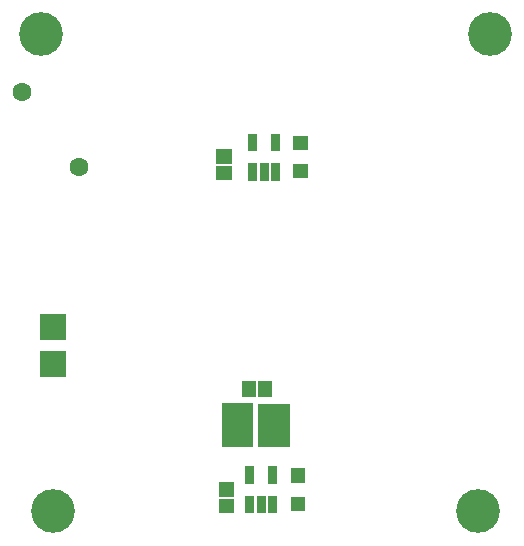
<source format=gbs>
G04 Layer: BottomSolderMaskLayer*
G04 EasyEDA v6.3.22, 2020-01-22T11:07:26+01:00*
G04 244eb897874448418918cfb691dafd7b,6ac03ef627a24f5ab7c901ca926ad83b,10*
G04 Gerber Generator version 0.2*
G04 Scale: 100 percent, Rotated: No, Reflected: No *
G04 Dimensions in millimeters *
G04 leading zeros omitted , absolute positions ,3 integer and 3 decimal *
%FSLAX33Y33*%
%MOMM*%
G90*
G71D02*

%ADD35C,3.703193*%
%ADD36C,1.603197*%

%LPD*%
G36*
G01X22359Y12527D02*
G01X22359Y16230D01*
G01X25062Y16230D01*
G01X25062Y12527D01*
G01X22359Y12527D01*
G37*
G36*
G01X19268Y12557D02*
G01X19268Y16261D01*
G01X21971Y16261D01*
G01X21971Y12557D01*
G01X19268Y12557D01*
G37*
G36*
G01X3898Y21607D02*
G01X3898Y23812D01*
G01X6101Y23812D01*
G01X6101Y21607D01*
G01X3898Y21607D01*
G37*
G36*
G01X3878Y18478D02*
G01X3878Y20680D01*
G01X6080Y20680D01*
G01X6080Y18478D01*
G01X3878Y18478D01*
G37*
G54D35*
G01X3999Y47499D03*
G01X41999Y47499D03*
G01X40999Y7140D03*
G01X4999Y7140D03*
G54D36*
G01X7199Y36240D03*
G01X2369Y42650D03*
G36*
G01X22367Y16827D02*
G01X22367Y18130D01*
G01X23571Y18130D01*
G01X23571Y16827D01*
G01X22367Y16827D01*
G37*
G36*
G01X20967Y16827D02*
G01X20967Y18130D01*
G01X22171Y18130D01*
G01X22171Y16827D01*
G01X20967Y16827D01*
G37*
G36*
G01X25359Y35318D02*
G01X25359Y36522D01*
G01X26560Y36522D01*
G01X26560Y35318D01*
G01X25359Y35318D01*
G37*
G36*
G01X25359Y37719D02*
G01X25359Y38920D01*
G01X26560Y38920D01*
G01X26560Y37719D01*
G01X25359Y37719D01*
G37*
G36*
G01X18829Y35168D02*
G01X18829Y36370D01*
G01X20132Y36370D01*
G01X20132Y35168D01*
G01X18829Y35168D01*
G37*
G36*
G01X18829Y36568D02*
G01X18829Y37772D01*
G01X20132Y37772D01*
G01X20132Y36568D01*
G01X18829Y36568D01*
G37*
G36*
G01X23444Y35107D02*
G01X23444Y36611D01*
G01X24196Y36611D01*
G01X24196Y35107D01*
G01X23444Y35107D01*
G37*
G36*
G01X22494Y35107D02*
G01X22494Y36611D01*
G01X23246Y36611D01*
G01X23246Y35107D01*
G01X22494Y35107D01*
G37*
G36*
G01X21544Y35107D02*
G01X21544Y36611D01*
G01X22296Y36611D01*
G01X22296Y35107D01*
G01X21544Y35107D01*
G37*
G36*
G01X21544Y37607D02*
G01X21544Y39111D01*
G01X22296Y39111D01*
G01X22296Y37607D01*
G01X21544Y37607D01*
G37*
G36*
G01X23444Y37607D02*
G01X23444Y39111D01*
G01X24196Y39111D01*
G01X24196Y37607D01*
G01X23444Y37607D01*
G37*
G36*
G01X23192Y6939D02*
G01X23192Y8440D01*
G01X23947Y8440D01*
G01X23947Y6939D01*
G01X23192Y6939D01*
G37*
G36*
G01X22242Y6939D02*
G01X22242Y8440D01*
G01X22997Y8440D01*
G01X22997Y6939D01*
G01X22242Y6939D01*
G37*
G36*
G01X21292Y6939D02*
G01X21292Y8440D01*
G01X22047Y8440D01*
G01X22047Y6939D01*
G01X21292Y6939D01*
G37*
G36*
G01X21292Y9438D02*
G01X21292Y10942D01*
G01X22047Y10942D01*
G01X22047Y9438D01*
G01X21292Y9438D01*
G37*
G36*
G01X23192Y9438D02*
G01X23192Y10942D01*
G01X23947Y10942D01*
G01X23947Y9438D01*
G01X23192Y9438D01*
G37*
G36*
G01X19057Y6967D02*
G01X19057Y8171D01*
G01X20360Y8171D01*
G01X20360Y6967D01*
G01X19057Y6967D01*
G37*
G36*
G01X19057Y8369D02*
G01X19057Y9570D01*
G01X20360Y9570D01*
G01X20360Y8369D01*
G01X19057Y8369D01*
G37*
G36*
G01X25107Y7147D02*
G01X25107Y8351D01*
G01X26311Y8351D01*
G01X26311Y7147D01*
G01X25107Y7147D01*
G37*
G36*
G01X25107Y9547D02*
G01X25107Y10751D01*
G01X26311Y10751D01*
G01X26311Y9547D01*
G01X25107Y9547D01*
G37*
M00*
M02*

</source>
